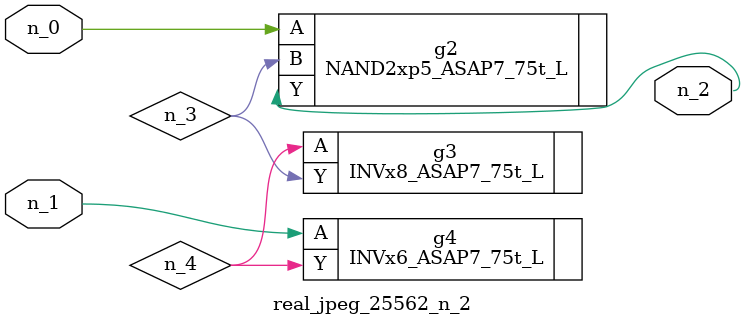
<source format=v>
module real_jpeg_25562_n_2 (n_1, n_0, n_2);

input n_1;
input n_0;

output n_2;

wire n_4;
wire n_3;

NAND2xp5_ASAP7_75t_L g2 ( 
.A(n_0),
.B(n_3),
.Y(n_2)
);

INVx6_ASAP7_75t_L g4 ( 
.A(n_1),
.Y(n_4)
);

INVx8_ASAP7_75t_L g3 ( 
.A(n_4),
.Y(n_3)
);


endmodule
</source>
